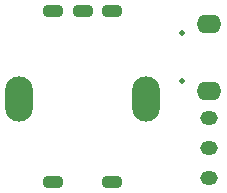
<source format=gbr>
%TF.GenerationSoftware,Altium Limited,Altium Designer,20.1.8 (145)*%
G04 Layer_Color=37055*
%FSLAX45Y45*%
%MOMM*%
%TF.SameCoordinates,80F20431-A883-4DFF-BABD-8B1F2EDF33A6*%
%TF.FilePolarity,Negative*%
%TF.FileFunction,Soldermask,Top*%
%TF.Part,Single*%
G01*
G75*
%TA.AperFunction,ComponentPad*%
%ADD43C,0.50000*%
%ADD44O,2.10000X1.60000*%
G04:AMPARAMS|DCode=45|XSize=1.2mm|YSize=1.5mm|CornerRadius=0.6mm|HoleSize=0mm|Usage=FLASHONLY|Rotation=270.000|XOffset=0mm|YOffset=0mm|HoleType=Round|Shape=RoundedRectangle|*
%AMROUNDEDRECTD45*
21,1,1.20000,0.30000,0,0,270.0*
21,1,0.00000,1.50000,0,0,270.0*
1,1,1.20000,-0.15000,0.00000*
1,1,1.20000,-0.15000,0.00000*
1,1,1.20000,0.15000,0.00000*
1,1,1.20000,0.15000,0.00000*
%
%ADD45ROUNDEDRECTD45*%
G04:AMPARAMS|DCode=46|XSize=2.35mm|YSize=3.85mm|CornerRadius=1.175mm|HoleSize=0mm|Usage=FLASHONLY|Rotation=180.000|XOffset=0mm|YOffset=0mm|HoleType=Round|Shape=RoundedRectangle|*
%AMROUNDEDRECTD46*
21,1,2.35000,1.50000,0,0,180.0*
21,1,0.00000,3.85000,0,0,180.0*
1,1,2.35000,0.00000,0.75000*
1,1,2.35000,0.00000,0.75000*
1,1,2.35000,0.00000,-0.75000*
1,1,2.35000,0.00000,-0.75000*
%
%ADD46ROUNDEDRECTD46*%
%ADD47O,2.35000X3.85000*%
%ADD48O,1.80000X1.10000*%
D43*
X1513800Y1332000D02*
D03*
Y932000D02*
D03*
D44*
X1748800Y849000D02*
D03*
Y1415000D02*
D03*
D45*
Y106680D02*
D03*
Y614680D02*
D03*
Y360680D02*
D03*
D46*
X1214500Y775500D02*
D03*
D47*
X139500D02*
D03*
D48*
X427000Y75500D02*
D03*
X927000D02*
D03*
X677000Y1525500D02*
D03*
X427000D02*
D03*
X927000D02*
D03*
%TF.MD5,ab7a27b11aebce203c7491b585c70425*%
M02*

</source>
